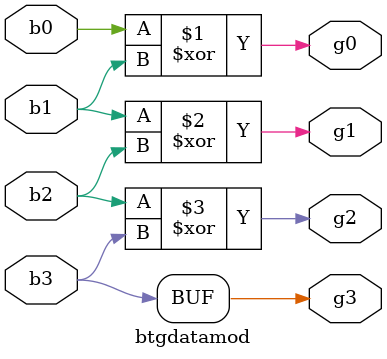
<source format=v>
`timescale 1ns / 1ps
module btgdatamod(
    input b0,
    input b1,
    input b2,
    input b3,
    output g0,
    output g1,
    output g2,
    output g3
    );
assign g0=b0^b1;
assign g1=b1^b2;
assign g2=b2^b3;
assign g3=b3;

endmodule

</source>
